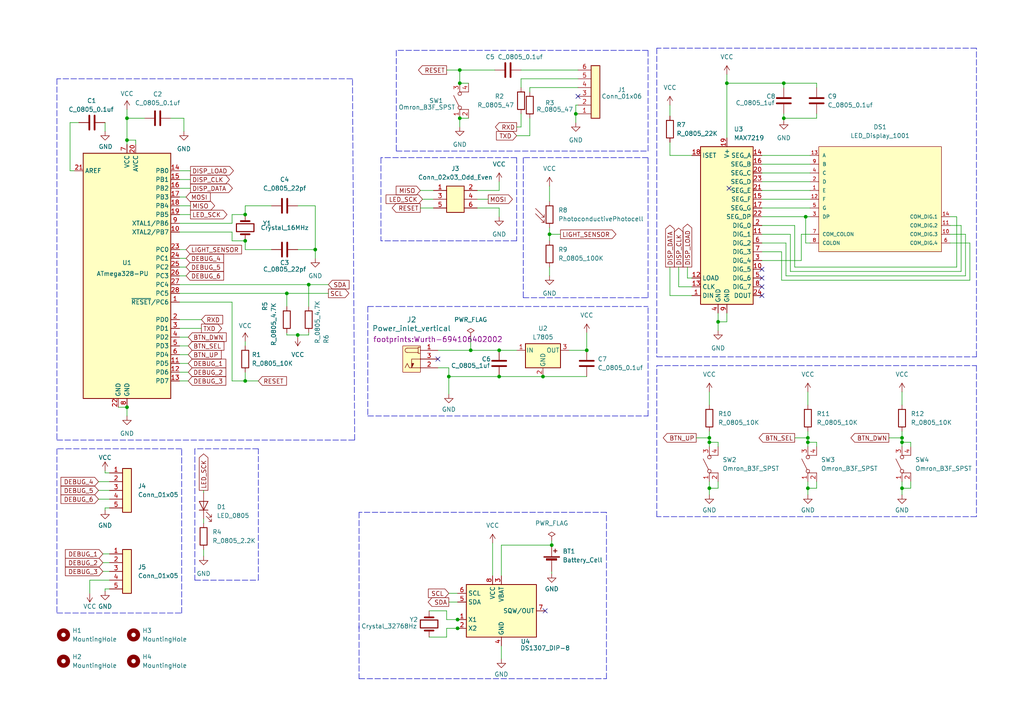
<source format=kicad_sch>
(kicad_sch (version 20211123) (generator eeschema)
  (paper "A4")
  (junction (at 205.74 141.605))
  (junction (at 86.36 97.155))
  (junction (at 227.33 24.13))
  (junction (at 160.02 158.115))
  (junction (at 136.525 101.6))
  (junction (at 261.62 128.27))
  (junction (at 133.35 34.29))
  (junction (at 71.12 69.85))
  (junction (at 233.68 62.865))
  (junction (at 210.82 24.13))
  (junction (at 227.33 34.29))
  (junction (at 83.185 85.09))
  (junction (at 205.74 127))
  (junction (at 71.12 110.49))
  (junction (at 170.18 101.6))
  (junction (at 133.35 20.32))
  (junction (at 91.44 72.39))
  (junction (at 234.315 128.27))
  (junction (at 261.62 141.605))
  (junction (at 167.005 33.02))
  (junction (at 71.12 62.23))
  (junction (at 144.78 101.6))
  (junction (at 133.35 24.13))
  (junction (at 234.315 127))
  (junction (at 159.385 67.945))
  (junction (at 36.83 40.64))
  (junction (at 132.715 179.705))
  (junction (at 205.74 128.27))
  (junction (at 36.83 118.11))
  (junction (at 132.715 182.245))
  (junction (at 144.78 109.22))
  (junction (at 157.48 109.22))
  (junction (at 36.83 34.29))
  (junction (at 130.175 109.22))
  (junction (at 234.315 141.605))
  (junction (at 208.28 93.345))
  (junction (at 89.535 82.55))
  (junction (at 261.62 127))
  (no_connect (at 127 104.14))
  (no_connect (at 220.98 78.105))
  (no_connect (at 220.98 80.645))
  (no_connect (at 220.98 83.185))
  (no_connect (at 220.98 85.725))
  (no_connect (at 167.64 27.94))
  (no_connect (at 211.455 54.61))
  (no_connect (at 158.115 177.165))
  (wire (pts (xy 20.32 35.56) (xy 20.32 49.53)))
  (wire (pts (xy 133.35 20.32) (xy 133.35 24.13)))
  (wire (pts (xy 36.83 34.29) (xy 36.83 40.64)))
  (wire (pts (xy 145.415 187.325) (xy 145.415 191.135)))
  (wire (pts (xy 121.92 55.245) (xy 125.73 55.245)))
  (polyline (pts (xy 52.705 130.175) (xy 16.51 130.175)))
  (wire (pts (xy 52.07 95.25) (xy 58.42 95.25)))
  (wire (pts (xy 194.31 77.47) (xy 194.31 85.725)))
  (wire (pts (xy 210.82 40.005) (xy 210.82 24.13)))
  (wire (pts (xy 226.695 73.025) (xy 226.695 81.28)))
  (wire (pts (xy 227.33 24.13) (xy 227.33 25.4)))
  (wire (pts (xy 167.64 30.48) (xy 167.005 30.48)))
  (wire (pts (xy 236.855 24.13) (xy 227.33 24.13)))
  (polyline (pts (xy 187.96 120.65) (xy 187.96 88.9)))
  (wire (pts (xy 91.44 59.69) (xy 91.44 72.39)))
  (wire (pts (xy 34.29 118.11) (xy 36.83 118.11)))
  (wire (pts (xy 39.37 41.91) (xy 39.37 40.64)))
  (polyline (pts (xy 16.51 127.635) (xy 102.87 127.635)))
  (polyline (pts (xy 52.705 177.8) (xy 52.705 130.175)))
  (wire (pts (xy 275.59 62.865) (xy 277.495 62.865)))
  (wire (pts (xy 28.575 144.78) (xy 31.75 144.78)))
  (wire (pts (xy 208.28 128.27) (xy 205.74 128.27)))
  (wire (pts (xy 234.315 127) (xy 234.315 128.27)))
  (wire (pts (xy 52.07 85.09) (xy 83.185 85.09)))
  (polyline (pts (xy 106.68 120.65) (xy 187.96 120.65)))
  (wire (pts (xy 220.98 50.165) (xy 234.95 50.165)))
  (wire (pts (xy 52.07 74.93) (xy 53.975 74.93)))
  (wire (pts (xy 52.07 64.77) (xy 67.31 64.77)))
  (wire (pts (xy 230.505 127) (xy 234.315 127)))
  (polyline (pts (xy 190.5 149.86) (xy 190.5 106.045)))
  (wire (pts (xy 52.07 57.15) (xy 53.975 57.15)))
  (wire (pts (xy 165.1 101.6) (xy 170.18 101.6)))
  (wire (pts (xy 71.12 59.69) (xy 78.74 59.69)))
  (wire (pts (xy 220.98 60.325) (xy 234.95 60.325)))
  (wire (pts (xy 71.12 69.85) (xy 71.12 72.39)))
  (polyline (pts (xy 283.21 106.045) (xy 283.21 149.86)))
  (polyline (pts (xy 190.5 103.505) (xy 283.21 103.505)))
  (wire (pts (xy 89.535 82.55) (xy 95.25 82.55)))
  (wire (pts (xy 227.33 34.29) (xy 227.33 34.925)))
  (polyline (pts (xy 104.14 196.85) (xy 175.895 196.85)))
  (wire (pts (xy 236.855 33.02) (xy 236.855 34.29)))
  (wire (pts (xy 220.98 70.485) (xy 227.965 70.485)))
  (wire (pts (xy 201.93 127) (xy 205.74 127)))
  (polyline (pts (xy 74.93 168.275) (xy 74.93 130.175)))
  (wire (pts (xy 59.055 159.385) (xy 59.055 161.29)))
  (wire (pts (xy 130.175 106.68) (xy 130.175 109.22)))
  (wire (pts (xy 127 101.6) (xy 136.525 101.6)))
  (wire (pts (xy 233.68 62.865) (xy 234.95 62.865)))
  (wire (pts (xy 89.535 82.55) (xy 89.535 88.9)))
  (wire (pts (xy 196.85 77.47) (xy 196.85 83.185)))
  (wire (pts (xy 132.715 179.705) (xy 133.35 179.705)))
  (wire (pts (xy 170.18 96.52) (xy 170.18 101.6)))
  (wire (pts (xy 199.39 77.47) (xy 199.39 80.645)))
  (wire (pts (xy 36.83 31.75) (xy 36.83 34.29)))
  (wire (pts (xy 28.575 142.24) (xy 31.75 142.24)))
  (wire (pts (xy 142.875 157.48) (xy 142.875 167.005)))
  (wire (pts (xy 136.525 97.79) (xy 136.525 101.6)))
  (wire (pts (xy 144.78 52.705) (xy 144.78 55.245)))
  (wire (pts (xy 205.74 125.095) (xy 205.74 127)))
  (polyline (pts (xy 114.935 43.815) (xy 187.96 43.815)))
  (wire (pts (xy 234.95 70.485) (xy 233.68 70.485)))
  (wire (pts (xy 83.185 85.09) (xy 83.185 88.9)))
  (wire (pts (xy 229.235 67.945) (xy 229.235 78.74)))
  (wire (pts (xy 53.34 34.29) (xy 53.34 38.1)))
  (wire (pts (xy 67.31 110.49) (xy 71.12 110.49)))
  (polyline (pts (xy 16.51 130.175) (xy 16.51 177.8)))
  (wire (pts (xy 26.035 172.085) (xy 26.035 168.275)))
  (wire (pts (xy 226.695 81.28) (xy 281.305 81.28)))
  (wire (pts (xy 20.32 49.53) (xy 21.59 49.53)))
  (wire (pts (xy 208.28 93.345) (xy 208.28 95.885)))
  (wire (pts (xy 145.415 167.005) (xy 145.415 158.115)))
  (wire (pts (xy 261.62 128.27) (xy 261.62 129.54)))
  (wire (pts (xy 236.855 34.29) (xy 227.33 34.29)))
  (wire (pts (xy 160.02 156.845) (xy 160.02 158.115)))
  (wire (pts (xy 30.48 170.815) (xy 30.48 171.45)))
  (wire (pts (xy 59.055 150.495) (xy 59.055 151.765)))
  (wire (pts (xy 133.35 34.29) (xy 133.35 36.83)))
  (polyline (pts (xy 16.51 177.8) (xy 52.705 177.8)))
  (wire (pts (xy 151.13 25.4) (xy 151.13 22.86)))
  (wire (pts (xy 205.74 128.27) (xy 205.74 129.54)))
  (wire (pts (xy 236.855 139.7) (xy 236.855 141.605)))
  (wire (pts (xy 71.12 99.06) (xy 71.12 100.33)))
  (polyline (pts (xy 187.96 43.815) (xy 187.96 14.605)))
  (wire (pts (xy 264.16 141.605) (xy 261.62 141.605)))
  (wire (pts (xy 220.98 57.785) (xy 234.95 57.785)))
  (polyline (pts (xy 283.21 13.97) (xy 190.5 13.97)))
  (polyline (pts (xy 16.51 22.86) (xy 16.51 127.635)))
  (wire (pts (xy 234.315 128.27) (xy 234.315 129.54)))
  (wire (pts (xy 71.12 59.69) (xy 71.12 62.23)))
  (wire (pts (xy 210.82 21.59) (xy 210.82 24.13)))
  (wire (pts (xy 199.39 80.645) (xy 200.66 80.645)))
  (wire (pts (xy 29.845 163.195) (xy 31.75 163.195)))
  (wire (pts (xy 132.715 182.245) (xy 133.35 182.245)))
  (wire (pts (xy 232.41 75.565) (xy 232.41 67.945)))
  (wire (pts (xy 52.07 102.87) (xy 54.61 102.87)))
  (wire (pts (xy 234.315 125.095) (xy 234.315 127)))
  (wire (pts (xy 210.82 90.805) (xy 210.82 93.345)))
  (wire (pts (xy 278.765 78.74) (xy 278.765 65.405)))
  (wire (pts (xy 130.175 109.22) (xy 144.78 109.22)))
  (wire (pts (xy 52.07 59.69) (xy 55.245 59.69)))
  (polyline (pts (xy 151.765 45.72) (xy 151.765 86.36)))
  (wire (pts (xy 59.055 142.24) (xy 59.055 142.875)))
  (wire (pts (xy 153.67 26.67) (xy 153.67 25.4)))
  (polyline (pts (xy 187.96 45.72) (xy 151.765 45.72)))
  (wire (pts (xy 144.78 109.22) (xy 157.48 109.22)))
  (wire (pts (xy 281.305 70.485) (xy 275.59 70.485)))
  (wire (pts (xy 31.75 170.815) (xy 30.48 170.815)))
  (wire (pts (xy 280.035 67.945) (xy 275.59 67.945)))
  (wire (pts (xy 52.07 97.79) (xy 54.61 97.79)))
  (wire (pts (xy 71.12 72.39) (xy 78.74 72.39)))
  (wire (pts (xy 52.07 110.49) (xy 54.61 110.49)))
  (polyline (pts (xy 283.21 103.505) (xy 283.21 13.97)))
  (wire (pts (xy 36.83 40.64) (xy 36.83 41.91)))
  (wire (pts (xy 208.28 129.54) (xy 208.28 128.27)))
  (wire (pts (xy 30.48 137.16) (xy 31.75 137.16)))
  (polyline (pts (xy 106.68 88.9) (xy 106.68 120.65)))
  (wire (pts (xy 52.07 54.61) (xy 55.245 54.61)))
  (wire (pts (xy 220.98 75.565) (xy 232.41 75.565)))
  (wire (pts (xy 159.385 67.945) (xy 159.385 69.85)))
  (wire (pts (xy 129.54 179.705) (xy 132.715 179.705)))
  (wire (pts (xy 151.13 33.02) (xy 151.13 36.83)))
  (wire (pts (xy 30.48 147.32) (xy 31.75 147.32)))
  (wire (pts (xy 230.505 65.405) (xy 230.505 77.47)))
  (wire (pts (xy 220.98 62.865) (xy 233.68 62.865)))
  (wire (pts (xy 159.385 67.945) (xy 162.56 67.945)))
  (wire (pts (xy 52.07 105.41) (xy 54.61 105.41)))
  (wire (pts (xy 52.07 87.63) (xy 67.31 87.63)))
  (wire (pts (xy 210.82 24.13) (xy 227.33 24.13)))
  (wire (pts (xy 52.07 77.47) (xy 53.975 77.47)))
  (wire (pts (xy 86.36 97.155) (xy 89.535 97.155)))
  (polyline (pts (xy 102.87 127.635) (xy 102.235 22.86)))
  (wire (pts (xy 67.31 67.31) (xy 67.31 69.85)))
  (wire (pts (xy 277.495 77.47) (xy 277.495 62.865)))
  (wire (pts (xy 261.62 113.665) (xy 261.62 117.475)))
  (wire (pts (xy 52.07 80.01) (xy 53.975 80.01)))
  (wire (pts (xy 264.16 128.27) (xy 261.62 128.27)))
  (wire (pts (xy 145.415 158.115) (xy 160.02 158.115)))
  (wire (pts (xy 257.81 127) (xy 261.62 127)))
  (wire (pts (xy 124.46 177.165) (xy 129.54 177.165)))
  (polyline (pts (xy 149.86 69.85) (xy 110.49 69.85)))
  (wire (pts (xy 29.845 165.735) (xy 31.75 165.735)))
  (wire (pts (xy 208.28 139.7) (xy 208.28 141.605)))
  (wire (pts (xy 157.48 109.22) (xy 170.18 109.22)))
  (wire (pts (xy 194.31 45.085) (xy 200.66 45.085)))
  (wire (pts (xy 71.12 107.95) (xy 71.12 110.49)))
  (wire (pts (xy 121.92 60.325) (xy 125.73 60.325)))
  (wire (pts (xy 30.48 147.955) (xy 30.48 147.32)))
  (polyline (pts (xy 114.935 14.605) (xy 114.935 43.815)))
  (wire (pts (xy 210.82 93.345) (xy 208.28 93.345)))
  (polyline (pts (xy 149.86 45.72) (xy 149.86 69.85)))
  (wire (pts (xy 236.855 141.605) (xy 234.315 141.605)))
  (polyline (pts (xy 187.96 14.605) (xy 114.935 14.605)))
  (wire (pts (xy 153.67 34.29) (xy 153.67 39.37)))
  (polyline (pts (xy 175.895 148.59) (xy 104.14 148.59)))
  (wire (pts (xy 234.315 139.7) (xy 234.315 141.605)))
  (wire (pts (xy 129.54 184.785) (xy 129.54 182.245)))
  (wire (pts (xy 89.535 97.155) (xy 89.535 96.52)))
  (wire (pts (xy 236.855 25.4) (xy 236.855 24.13)))
  (wire (pts (xy 52.07 100.33) (xy 54.61 100.33)))
  (wire (pts (xy 67.31 64.77) (xy 67.31 62.23)))
  (wire (pts (xy 130.175 174.625) (xy 132.715 174.625)))
  (wire (pts (xy 144.78 55.245) (xy 138.43 55.245)))
  (wire (pts (xy 149.86 36.83) (xy 151.13 36.83)))
  (wire (pts (xy 227.965 80.01) (xy 280.035 80.01)))
  (wire (pts (xy 86.36 59.69) (xy 91.44 59.69)))
  (polyline (pts (xy 56.515 168.275) (xy 74.93 168.275)))
  (wire (pts (xy 52.07 49.53) (xy 55.245 49.53)))
  (polyline (pts (xy 102.235 22.86) (xy 16.51 22.86)))
  (wire (pts (xy 229.235 78.74) (xy 278.765 78.74)))
  (wire (pts (xy 227.33 33.02) (xy 227.33 34.29)))
  (wire (pts (xy 22.86 35.56) (xy 20.32 35.56)))
  (wire (pts (xy 264.16 139.7) (xy 264.16 141.605)))
  (wire (pts (xy 205.74 113.665) (xy 205.74 117.475)))
  (wire (pts (xy 52.07 107.95) (xy 54.61 107.95)))
  (wire (pts (xy 205.74 139.7) (xy 205.74 141.605)))
  (wire (pts (xy 261.62 128.27) (xy 261.62 127)))
  (wire (pts (xy 151.13 22.86) (xy 167.64 22.86)))
  (wire (pts (xy 138.43 60.325) (xy 144.78 60.325)))
  (polyline (pts (xy 283.21 149.86) (xy 190.5 149.86)))
  (wire (pts (xy 83.185 97.155) (xy 86.36 97.155)))
  (wire (pts (xy 67.31 62.23) (xy 71.12 62.23)))
  (polyline (pts (xy 104.14 181.61) (xy 104.14 196.85)))
  (wire (pts (xy 127 106.68) (xy 130.175 106.68)))
  (wire (pts (xy 261.62 125.095) (xy 261.62 127)))
  (wire (pts (xy 220.98 67.945) (xy 229.235 67.945)))
  (wire (pts (xy 232.41 67.945) (xy 234.95 67.945)))
  (wire (pts (xy 52.07 72.39) (xy 53.975 72.39)))
  (wire (pts (xy 30.48 136.525) (xy 30.48 137.16)))
  (wire (pts (xy 124.46 184.785) (xy 129.54 184.785)))
  (polyline (pts (xy 175.895 196.85) (xy 175.895 148.59)))
  (wire (pts (xy 67.31 87.63) (xy 67.31 110.49)))
  (wire (pts (xy 36.83 118.11) (xy 36.83 120.65)))
  (wire (pts (xy 129.54 177.165) (xy 129.54 179.705)))
  (wire (pts (xy 83.185 97.155) (xy 83.185 96.52)))
  (polyline (pts (xy 151.765 86.36) (xy 187.96 86.36)))
  (wire (pts (xy 264.16 129.54) (xy 264.16 128.27)))
  (wire (pts (xy 144.78 60.325) (xy 144.78 62.865)))
  (wire (pts (xy 151.13 20.32) (xy 167.64 20.32)))
  (wire (pts (xy 208.28 141.605) (xy 205.74 141.605)))
  (wire (pts (xy 133.35 20.32) (xy 143.51 20.32)))
  (wire (pts (xy 49.53 34.29) (xy 53.34 34.29)))
  (wire (pts (xy 234.315 113.665) (xy 234.315 117.475)))
  (wire (pts (xy 28.575 139.7) (xy 31.75 139.7)))
  (wire (pts (xy 86.36 72.39) (xy 91.44 72.39)))
  (wire (pts (xy 278.765 65.405) (xy 275.59 65.405)))
  (wire (pts (xy 36.83 34.29) (xy 41.91 34.29)))
  (wire (pts (xy 205.74 128.27) (xy 205.74 127)))
  (wire (pts (xy 236.855 129.54) (xy 236.855 128.27)))
  (wire (pts (xy 281.305 81.28) (xy 281.305 70.485)))
  (polyline (pts (xy 149.86 45.72) (xy 110.49 45.72)))
  (wire (pts (xy 233.68 62.865) (xy 233.68 70.485)))
  (wire (pts (xy 129.54 182.245) (xy 132.715 182.245)))
  (wire (pts (xy 159.385 66.04) (xy 159.385 67.945)))
  (wire (pts (xy 83.185 85.09) (xy 95.25 85.09)))
  (wire (pts (xy 194.31 30.48) (xy 194.31 33.655)))
  (wire (pts (xy 52.07 62.23) (xy 55.245 62.23)))
  (wire (pts (xy 159.385 53.975) (xy 159.385 58.42)))
  (wire (pts (xy 234.315 141.605) (xy 234.315 143.51)))
  (wire (pts (xy 220.98 47.625) (xy 234.95 47.625)))
  (wire (pts (xy 220.98 65.405) (xy 230.505 65.405)))
  (wire (pts (xy 220.98 52.705) (xy 234.95 52.705)))
  (polyline (pts (xy 190.5 106.045) (xy 283.21 106.045)))
  (wire (pts (xy 29.845 160.655) (xy 31.75 160.655)))
  (wire (pts (xy 91.44 72.39) (xy 91.44 74.93)))
  (wire (pts (xy 144.78 101.6) (xy 149.86 101.6)))
  (wire (pts (xy 149.86 39.37) (xy 153.67 39.37)))
  (wire (pts (xy 220.98 45.085) (xy 234.95 45.085)))
  (polyline (pts (xy 190.5 13.97) (xy 190.5 103.505)))
  (wire (pts (xy 52.07 82.55) (xy 89.535 82.55)))
  (wire (pts (xy 138.43 57.785) (xy 141.605 57.785)))
  (wire (pts (xy 261.62 139.7) (xy 261.62 141.605)))
  (wire (pts (xy 130.175 109.22) (xy 130.175 114.3)))
  (wire (pts (xy 236.855 128.27) (xy 234.315 128.27)))
  (wire (pts (xy 67.31 69.85) (xy 71.12 69.85)))
  (wire (pts (xy 122.555 57.785) (xy 125.73 57.785)))
  (polyline (pts (xy 56.515 130.175) (xy 56.515 168.275)))
  (wire (pts (xy 26.035 168.275) (xy 31.75 168.275)))
  (wire (pts (xy 196.85 83.185) (xy 200.66 83.185)))
  (wire (pts (xy 133.35 34.29) (xy 135.89 34.29)))
  (wire (pts (xy 52.07 52.07) (xy 55.245 52.07)))
  (wire (pts (xy 133.35 24.13) (xy 135.89 24.13)))
  (wire (pts (xy 30.48 35.56) (xy 30.48 38.1)))
  (wire (pts (xy 160.02 165.735) (xy 160.02 166.37)))
  (polyline (pts (xy 187.96 86.36) (xy 187.96 45.72)))
  (polyline (pts (xy 106.68 88.9) (xy 187.96 88.9)))
  (wire (pts (xy 230.505 77.47) (xy 277.495 77.47)))
  (wire (pts (xy 194.31 85.725) (xy 200.66 85.725)))
  (wire (pts (xy 136.525 101.6) (xy 144.78 101.6)))
  (polyline (pts (xy 104.14 148.59) (xy 104.14 182.245)))
  (wire (pts (xy 261.62 141.605) (xy 261.62 143.51)))
  (wire (pts (xy 86.36 97.79) (xy 86.36 97.155)))
  (wire (pts (xy 227.965 70.485) (xy 227.965 80.01)))
  (wire (pts (xy 130.175 172.085) (xy 132.715 172.085)))
  (wire (pts (xy 194.31 41.275) (xy 194.31 45.085)))
  (polyline (pts (xy 74.93 130.175) (xy 56.515 130.175)))
  (wire (pts (xy 167.005 30.48) (xy 167.005 33.02)))
  (wire (pts (xy 220.98 55.245) (xy 234.95 55.245)))
  (wire (pts (xy 71.12 110.49) (xy 74.93 110.49)))
  (wire (pts (xy 167.005 33.02) (xy 167.005 35.56)))
  (wire (pts (xy 52.07 92.71) (xy 58.42 92.71)))
  (polyline (pts (xy 110.49 45.72) (xy 110.49 69.85)))
  (wire (pts (xy 52.07 67.31) (xy 67.31 67.31)))
  (wire (pts (xy 159.385 77.47) (xy 159.385 80.01)))
  (wire (pts (xy 39.37 40.64) (xy 36.83 40.64)))
  (wire (pts (xy 153.67 25.4) (xy 167.64 25.4)))
  (wire (pts (xy 220.98 73.025) (xy 226.695 73.025)))
  (wire (pts (xy 205.74 141.605) (xy 205.74 143.51)))
  (wire (pts (xy 208.28 90.805) (xy 208.28 93.345)))
  (wire (pts (xy 129.54 20.32) (xy 133.35 20.32)))
  (wire (pts (xy 280.035 80.01) (xy 280.035 67.945)))
  (wire (pts (xy 167.005 33.02) (xy 167.64 33.02)))
  (global_label "MOSI" (shape output) (at 141.605 57.785 0) (property "Intersheet References" "${INTERSHEET_REFS}" (effects hide)))
  (global_label "DISP_DATA" (shape output) (at 55.245 54.61 0) (property "Intersheet References" "${INTERSHEET_REFS}" (effects hide)))
  (global_label "MOSI" (shape input) (at 53.975 57.15 0) (property "Intersheet References" "${INTERSHEET_REFS}" (effects hide)))
  (global_label "LIGHT_SENSOR" (shape input) (at 53.975 72.39 0) (property "Intersheet References" "${INTERSHEET_REFS}" (effects hide)))
  (global_label "RXD" (shape input) (at 58.42 92.71 0) (property "Intersheet References" "${INTERSHEET_REFS}" (effects hide)))
  (global_label "DEBUG_5" (shape input) (at 53.975 77.47 0) (property "Intersheet References" "${INTERSHEET_REFS}" (effects hide)))
  (global_label "DEBUG_2" (shape input) (at 54.61 107.95 0) (property "Intersheet References" "${INTERSHEET_REFS}" (effects hide)))
  (global_label "DISP_LOAD" (shape output) (at 199.39 77.47 90) (property "Intersheet References" "${INTERSHEET_REFS}" (effects hide)))
  (global_label "LED_SCK" (shape input) (at 122.555 57.785 180) (property "Intersheet References" "${INTERSHEET_REFS}" (effects hide)))
  (global_label "DISP_LOAD" (shape output) (at 55.245 49.53 0) (property "Intersheet References" "${INTERSHEET_REFS}" (effects hide)))
  (global_label "SDA" (shape input) (at 95.25 82.55 0) (property "Intersheet References" "${INTERSHEET_REFS}" (effects hide)))
  (global_label "RXD" (shape output) (at 149.86 36.83 180) (property "Intersheet References" "${INTERSHEET_REFS}" (effects hide)))
  (global_label "DISP_DATA" (shape output) (at 194.31 77.47 90) (property "Intersheet References" "${INTERSHEET_REFS}" (effects hide)))
  (global_label "LED_SCK" (shape output) (at 59.055 142.24 90) (property "Intersheet References" "${INTERSHEET_REFS}" (effects hide)))
  (global_label "DEBUG_4" (shape input) (at 53.975 74.93 0) (property "Intersheet References" "${INTERSHEET_REFS}" (effects hide)))
  (global_label "DEBUG_6" (shape input) (at 53.975 80.01 0) (property "Intersheet References" "${INTERSHEET_REFS}" (effects hide)))
  (global_label "DEBUG_3" (shape input) (at 54.61 110.49 0) (property "Intersheet References" "${INTERSHEET_REFS}" (effects hide)))
  (global_label "BTN_UP" (shape input) (at 54.61 102.87 0) (property "Intersheet References" "${INTERSHEET_REFS}" (effects hide)))
  (global_label "RESET" (shape input) (at 74.93 110.49 0) (property "Intersheet References" "${INTERSHEET_REFS}" (effects hide)))
  (global_label "DEBUG_2" (shape input) (at 29.845 163.195 180) (property "Intersheet References" "${INTERSHEET_REFS}" (effects hide)))
  (global_label "SCL" (shape input) (at 130.175 172.085 180) (property "Intersheet References" "${INTERSHEET_REFS}" (effects hide)))
  (global_label "TXD" (shape input) (at 149.86 39.37 180) (property "Intersheet References" "${INTERSHEET_REFS}" (effects hide)))
  (global_label "SDA" (shape output) (at 130.175 174.625 180) (property "Intersheet References" "${INTERSHEET_REFS}" (effects hide)))
  (global_label "BTN_DWN" (shape input) (at 54.61 97.79 0) (property "Intersheet References" "${INTERSHEET_REFS}" (effects hide)))
  (global_label "LIGHT_SENSOR" (shape output) (at 162.56 67.945 0) (property "Intersheet References" "${INTERSHEET_REFS}" (effects hide)))
  (global_label "TXD" (shape output) (at 58.42 95.25 0) (property "Intersheet References" "${INTERSHEET_REFS}" (effects hide)))
  (global_label "DEBUG_1" (shape input) (at 54.61 105.41 0) (property "Intersheet References" "${INTERSHEET_REFS}" (effects hide)))
  (global_label "BTN_SEL" (shape input) (at 54.61 100.33 0) (property "Intersheet References" "${INTERSHEET_REFS}" (effects hide)))
  (global_label "BTN_UP" (shape output) (at 201.93 127 180) (property "Intersheet References" "${INTERSHEET_REFS}" (effects hide)))
  (global_label "DISP_CLK" (shape output) (at 55.245 52.07 0) (property "Intersheet References" "${INTERSHEET_REFS}" (effects hide)))
  (global_label "LED_SCK" (shape output) (at 55.245 62.23 0) (property "Intersheet References" "${INTERSHEET_REFS}" (effects hide)))
  (global_label "DEBUG_4" (shape input) (at 28.575 139.7 180) (property "Intersheet References" "${INTERSHEET_REFS}" (effects hide)))
  (global_label "SCL" (shape output) (at 95.25 85.09 0) (property "Intersheet References" "${INTERSHEET_REFS}" (effects hide)))
  (global_label "RESET" (shape output) (at 121.92 60.325 180) (property "Intersheet References" "${INTERSHEET_REFS}" (effects hide)))
  (global_label "RESET" (shape output) (at 129.54 20.32 180) (property "Intersheet References" "${INTERSHEET_REFS}" (effects hide)))
  (global_label "DEBUG_1" (shape input) (at 29.845 160.655 180) (property "Intersheet References" "${INTERSHEET_REFS}" (effects hide)))
  (global_label "BTN_DWN" (shape output) (at 257.81 127 180) (property "Intersheet References" "${INTERSHEET_REFS}" (effects hide)))
  (global_label "MISO" (shape output) (at 55.245 59.69 0) (property "Intersheet References" "${INTERSHEET_REFS}" (effects hide)))
  (global_label "DEBUG_6" (shape input) (at 28.575 144.78 180) (property "Intersheet References" "${INTERSHEET_REFS}" (effects hide)))
  (global_label "BTN_SEL" (shape output) (at 230.505 127 180) (property "Intersheet References" "${INTERSHEET_REFS}" (effects hide)))
  (global_label "DEBUG_3" (shape input) (at 29.845 165.735 180) (property "Intersheet References" "${INTERSHEET_REFS}" (effects hide)))
  (global_label "MISO" (shape input) (at 121.92 55.245 180) (property "Intersheet References" "${INTERSHEET_REFS}" (effects hide)))
  (global_label "DISP_CLK" (shape output) (at 196.85 77.47 90) (property "Intersheet References" "${INTERSHEET_REFS}" (effects hide)))
  (global_label "DEBUG_5" (shape input) (at 28.575 142.24 180) (property "Intersheet References" "${INTERSHEET_REFS}" (effects hide)))
  (symbol (lib_id "HPS:R_0805_10K") (at 205.74 121.285 0) (unit 1)
    (property "Reference" "R10" (at 208.28 120.0149 0) (effects (justify left)))
    (property "Value" "R_0805_10K" (at 208.28 122.5549 0) (effects (justify left)))
    (property "Footprint" "footprints:R_0805_2012Metric" (effects hide))
    (property "Datasheet" "https://www.digikey.com/en/products/detail/yageo/RC0805FR-0710KL/727535" (effects hide))
    (property "MFG" "Yageo" (effects hide))
    (property "MPN" "RC0805FR-0710KL" (effects hide))
    (property "Digikey PN" "311-10.0KCRCT-ND" (effects hide))
    (property "Mouser PN" "N/A" (effects hide))
    (property "Power" "N/A" (effects hide))
    (property "Tolerance" "N/A" (effects hide))
  )
  (symbol (lib_id "HPS:VCC") (at 210.82 21.59 0) (unit 1)
    (property "Reference" "#PWR019" (effects hide))
    (property "Value" "VCC" (at 210.82 16.51 0))
  )
  (symbol (lib_id "HPS:Conn_02x03_Odd_Even") (at 132.08 59.055 0) (unit 1)
    (property "Reference" "J3" (at 132.08 48.895 0))
    (property "Value" "Conn_02x03_Odd_Even" (at 132.08 51.435 0))
    (property "Footprint" "footprints:PinHeader_2x03_P2.54mm_Vertical" (effects hide))
    (property "Datasheet" "https://drawings-pdf.s3.amazonaws.com/11636.pdf" (effects hide))
    (property "MFG" "Sullins Connector Solutions" (effects hide))
    (property "MPN" "PRPC003DAAN-RC" (effects hide))
    (property "Digikey PN" "S2011EC-03-ND" (effects hide))
    (property "Mouser PN" "N/A" (effects hide))
  )
  (symbol (lib_id "power:GND") (at 91.44 74.93 0) (unit 1)
    (property "Reference" "#PWR06" (effects hide))
    (property "Value" "GND" (at 91.44 80.01 0))
  )
  (symbol (lib_id "HPS:Power_inlet_vertical") (at 121.92 104.14 0) (unit 1)
    (property "Reference" "J2" (at 119.38 92.71 0) (effects (font (size 1.524 1.524))))
    (property "Value" "Power_inlet_vertical" (at 119.38 95.25 0) (effects (font (size 1.524 1.524))))
    (property "Footprint" "footprints:Wurth-694106402002" (at 127 98.425 0) (effects (font (size 1.524 1.524))))
    (property "Datasheet" "https://www.we-online.com/katalog/datasheet/6941xx402002.pdf" (effects hide))
    (property "MFG" "Wurth" (effects hide))
    (property "MPN" "694106402002" (effects hide))
    (property "Digikey PN" "732-5931-ND" (effects hide))
  )
  (symbol (lib_id "HPS:VCC") (at 144.78 52.705 0) (unit 1)
    (property "Reference" "#PWR014" (effects hide))
    (property "Value" "VCC" (at 144.78 47.625 0))
  )
  (symbol (lib_id "HPS:GND") (at 30.48 147.955 0) (unit 1)
    (property "Reference" "#PWR031" (effects hide))
    (property "Value" "GND" (at 30.48 152.4 0))
  )
  (symbol (lib_id "power:GND") (at 227.33 34.925 0) (unit 1)
    (property "Reference" "#PWR020" (effects hide))
    (property "Value" "GND" (at 227.33 40.005 0))
  )
  (symbol (lib_id "HPS:C_0805_0.1uf") (at 170.18 105.41 0) (unit 1)
    (property "Reference" "C7" (at 173.355 104.1399 0) (effects (justify left)))
    (property "Value" "C_0805_0.1uf" (at 173.355 106.6799 0) (effects (justify left)))
    (property "Footprint" "footprints:C_0805_2012Metric" (effects hide))
    (property "Datasheet" "https://datasheets.avx.com/X7RDielectric.pdf" (effects hide))
    (property "MFG" "AVX Corporation" (effects hide))
    (property "MPN" "08055C104KAT2A" (effects hide))
    (property "Digikey PN" "478-1395-1-ND" (effects hide))
    (property "Mouser PN" "N/A" (effects hide))
    (property "Voltage" "N/A" (effects hide))
    (property "Dielectric" "N/A" (effects hide))
    (property "Tolerance" "N/A" (effects hide))
  )
  (symbol (lib_id "power:GND") (at 59.055 161.29 0) (unit 1)
    (property "Reference" "#PWR07" (effects hide))
    (property "Value" "GND" (at 59.055 166.37 0))
  )
  (symbol (lib_id "HPS:GND") (at 234.315 143.51 0) (unit 1)
    (property "Reference" "#PWR027" (effects hide))
    (property "Value" "GND" (at 234.315 147.955 0))
  )
  (symbol (lib_id "HPS:PWR_FLAG") (at 136.525 97.79 0) (unit 1)
    (property "Reference" "#FLG02" (effects hide))
    (property "Value" "PWR_FLAG" (at 136.525 92.71 0))
  )
  (symbol (lib_id "HPS:MountingHole") (at 38.735 184.15 0) (unit 1)
    (property "Reference" "H3" (at 41.275 182.8799 0) (effects (justify left)))
    (property "Value" "MountingHole" (at 41.275 185.4199 0) (effects (justify left)))
    (property "Footprint" "footprints:MountingHole_3.2mm_M3" (effects hide))
  )
  (symbol (lib_id "HPS:VCC") (at 194.31 30.48 0) (unit 1)
    (property "Reference" "#PWR013" (effects hide))
    (property "Value" "VCC" (at 194.31 25.4 0))
  )
  (symbol (lib_id "HPS:LED_0805") (at 59.055 146.685 90) (unit 1)
    (property "Reference" "D1" (at 62.865 147.0151 90) (effects (justify right)))
    (property "Value" "LED_0805" (at 62.865 149.5551 90) (effects (justify right)))
    (property "Footprint" "footprints:LED_0805_2012Metric" (effects hide))
    (property "Datasheet" "https://www.we-online.de/katalog/datasheet/150080RS75000.pdf" (effects hide))
    (property "MFG" "Würth Elektronik" (effects hide))
    (property "MPN" "150080RS75000" (effects hide))
    (property "Digikey PN" "732-4984-1-ND" (effects hide))
    (property "Mouser PN" "N/A" (effects hide))
  )
  (symbol (lib_id "HPS:MountingHole") (at 18.415 184.15 0) (unit 1)
    (property "Reference" "H1" (at 20.955 182.8799 0) (effects (justify left)))
    (property "Value" "MountingHole" (at 20.955 185.4199 0) (effects (justify left)))
    (property "Footprint" "footprints:MountingHole_3.2mm_M3" (effects hide))
  )
  (symbol (lib_id "power:GND") (at 133.35 36.83 0) (unit 1)
    (property "Reference" "#PWR08" (effects hide))
    (property "Value" "GND" (at 133.35 41.91 0))
  )
  (symbol (lib_id "HPS:R_0805_47") (at 151.13 29.21 0) (unit 1)
    (property "Reference" "R2" (at 143.51 27.94 0) (effects (justify left)))
    (property "Value" "R_0805_47" (at 138.43 30.48 0) (effects (justify left)))
    (property "Footprint" "footprints:R_0805_2012Metric" (effects hide))
    (property "Datasheet" "https://www.digikey.com/en/products/detail/yageo/RC0805FR-0747RL/727972" (effects hide))
    (property "MFG" "Yageo" (effects hide))
    (property "Digikey PN" "RC0805FR-0747RL " (effects hide))
    (property "Mouser PN" "N/A" (effects hide))
    (property "Power" "N/A" (effects hide))
    (property "Tolerance" "N/A" (effects hide))
    (property "MPN" "RC0805FR-0747RL " (effects hide))
  )
  (symbol (lib_id "HPS:R_0805_10K") (at 261.62 121.285 0) (unit 1)
    (property "Reference" "R12" (at 264.16 120.0149 0) (effects (justify left)))
    (property "Value" "R_0805_10K" (at 264.16 122.5549 0) (effects (justify left)))
    (property "Footprint" "footprints:R_0805_2012Metric" (effects hide))
    (property "Datasheet" "https://www.digikey.com/en/products/detail/yageo/RC0805FR-0710KL/727535" (effects hide))
    (property "MFG" "Yageo" (effects hide))
    (property "MPN" "RC0805FR-0710KL" (effects hide))
    (property "Digikey PN" "311-10.0KCRCT-ND" (effects hide))
    (property "Mouser PN" "N/A" (effects hide))
    (property "Power" "N/A" (effects hide))
    (property "Tolerance" "N/A" (effects hide))
  )
  (symbol (lib_id "HPS:C_0805_1uf") (at 227.33 29.21 0) (unit 1)
    (property "Reference" "C8" (at 222.25 27.94 0) (effects (justify left)))
    (property "Value" "C_0805_1uf" (at 213.36 29.845 0) (effects (justify left)))
    (property "Footprint" "footprints:C_0805_2012Metric" (effects hide))
    (property "Datasheet" "https://www.yageo.com/upload/media/product/productsearch/datasheet/mlcc/UPY-GPHC_X7R_6.3V-to-50V_18.pdf" (effects hide))
    (property "MFG" "Yageo" (effects hide))
    (property "MPN" "CC0805KKX7R8BB105" (effects hide))
    (property "Digikey PN" "311-1456-1-ND" (effects hide))
    (property "Mouser PN" "N/A" (effects hide))
    (property "Voltage" "N/A" (effects hide))
    (property "Dielectric" "N/A" (effects hide))
    (property "Tolerance" "N/A" (effects hide))
  )
  (symbol (lib_id "HPS:ATmega328-PU") (at 36.83 80.01 0) (unit 1)
    (property "Reference" "U1" (at 36.83 76.2 0))
    (property "Value" "ATmega328-PU" (at 35.56 79.375 0))
    (property "Footprint" "footprints:DIP-28_W7.62mm" (effects hide))
    (property "Datasheet" "http://www.microchip.com/mymicrochip/filehandler.aspx?ddocname=en608326" (effects hide))
    (property "MFG" "On Shore Technology Inc." (effects hide))
    (property "MPN" "ED281DT" (effects hide))
    (property "Digikey PN" "ED3050-5-ND" (effects hide))
    (property "Mouser PN" "N/A" (effects hide))
  )
  (symbol (lib_id "HPS:DS1307_DIP-8") (at 145.415 177.165 0) (unit 1)
    (property "Reference" "U4" (at 152.4 186.055 0))
    (property "Value" "DS1307_DIP-8" (at 158.115 187.96 0))
    (property "Footprint" "footprints:DIP-8_W7.62mm" (effects hide))
    (property "Datasheet" "https://datasheets.maximintegrated.com/en/ds/DS1307.pdf" (effects hide))
    (property "MFG" "Assmann WSW Components" (effects hide))
    (property "MPN" "A 08-LC-TT" (effects hide))
    (property "Digikey PN" "AE9986-ND" (effects hide))
    (property "Mouser PN" "N/A" (effects hide))
  )
  (symbol (lib_id "HPS:VCC") (at 30.48 136.525 0) (unit 1)
    (property "Reference" "#PWR030" (effects hide))
    (property "Value" "VCC" (at 30.48 132.715 0))
  )
  (symbol (lib_id "HPS:C_0805_0.1uf") (at 26.67 35.56 90) (unit 1)
    (property "Reference" "C1" (at 27.94 29.21 90) (effects (justify left)))
    (property "Value" "C_0805_0.1uf" (at 33.02 31.75 90) (effects (justify left)))
    (property "Footprint" "footprints:C_0805_2012Metric" (effects hide))
    (property "Datasheet" "https://datasheets.avx.com/X7RDielectric.pdf" (effects hide))
    (property "MFG" "AVX Corporation" (effects hide))
    (property "MPN" "08055C104KAT2A" (effects hide))
    (property "Digikey PN" "478-1395-1-ND" (effects hide))
    (property "Mouser PN" "N/A" (effects hide))
    (property "Voltage" "N/A" (effects hide))
    (property "Dielectric" "N/A" (effects hide))
    (property "Tolerance" "N/A" (effects hide))
  )
  (symbol (lib_id "HPS:R_0805_10K") (at 234.315 121.285 0) (unit 1)
    (property "Reference" "R11" (at 236.855 120.0149 0) (effects (justify left)))
    (property "Value" "R_0805_10K" (at 236.855 122.5549 0) (effects (justify left)))
    (property "Footprint" "footprints:R_0805_2012Metric" (effects hide))
    (property "Datasheet" "https://www.digikey.com/en/products/detail/yageo/RC0805FR-0710KL/727535" (effects hide))
    (property "MFG" "Yageo" (effects hide))
    (property "MPN" "RC0805FR-0710KL" (effects hide))
    (property "Digikey PN" "311-10.0KCRCT-ND" (effects hide))
    (property "Mouser PN" "N/A" (effects hide))
    (property "Power" "N/A" (effects hide))
    (property "Tolerance" "N/A" (effects hide))
  )
  (symbol (lib_id "HPS:Crystal_16MHz") (at 71.12 66.04 90) (unit 1)
    (property "Reference" "Y1" (at 76.2 64.77 90) (effects (justify right)))
    (property "Value" "Crystal_16MHz" (at 75.565 66.04 90) (effects (justify right)))
    (property "Footprint" "footprints:Crystal_SMD_HC49-SD" (effects hide))
    (property "Datasheet" "https://ecsxtal.com/store/pdf/csm-7x-dn.pdf" (effects hide))
    (property "MFG" "ECS Inc." (effects hide))
    (property "MPN" "ECS-160-20-5PXDN-TR" (effects hide))
    (property "Digikey PN" "XC1299CT-ND" (effects hide))
    (property "Mouser PN" "N/A" (effects hide))
  )
  (symbol (lib_id "HPS:Omron_B3F_SPST") (at 261.62 134.62 90) (unit 1)
    (property "Reference" "SW4" (at 265.43 133.3499 90) (effects (justify right)))
    (property "Value" "Omron_B3F_SPST" (at 265.43 135.8899 90) (effects (justify right)))
    (property "Footprint" "footprints:SW_SPST_Omron_B3FS-100xP" (effects hide))
    (property "Datasheet" "https://omronfs.omron.com/en_US/ecb/products/pdf/en-b3fs.pdf" (effects hide))
    (property "MFG" "Omron Electronics Inc-EMC Div" (effects hide))
    (property "MPN" "B3FS-1000P" (effects hide))
    (property "Digikey PN" "SW423CT-ND" (effects hide))
    (property "Mouser PN" "N/A" (effects hide))
  )
  (symbol (lib_id "HPS:C_0805_0.1uf") (at 236.855 29.21 0) (unit 1)
    (property "Reference" "C9" (at 240.03 27.9399 0) (effects (justify left)))
    (property "Value" "C_0805_0.1uf" (at 240.03 30.4799 0) (effects (justify left)))
    (property "Footprint" "footprints:C_0805_2012Metric" (effects hide))
    (property "Datasheet" "https://datasheets.avx.com/X7RDielectric.pdf" (effects hide))
    (property "MFG" "AVX Corporation" (effects hide))
    (property "MPN" "08055C104KAT2A" (effects hide))
    (property "Digikey PN" "478-1395-1-ND" (effects hide))
    (property "Mouser PN" "N/A" (effects hide))
    (property "Voltage" "N/A" (effects hide))
    (property "Dielectric" "N/A" (effects hide))
    (property "Tolerance" "N/A" (effects hide))
  )
  (symbol (lib_id "HPS:Omron_B3F_SPST") (at 234.315 134.62 90) (unit 1)
    (property "Reference" "SW3" (at 238.125 133.3499 90) (effects (justify right)))
    (property "Value" "Omron_B3F_SPST" (at 238.125 135.8899 90) (effects (justify right)))
    (property "Footprint" "footprints:SW_SPST_Omron_B3FS-100xP" (effects hide))
    (property "Datasheet" "https://omronfs.omron.com/en_US/ecb/products/pdf/en-b3fs.pdf" (effects hide))
    (property "MFG" "Omron Electronics Inc-EMC Div" (effects hide))
    (property "MPN" "B3FS-1000P" (effects hide))
    (property "Digikey PN" "SW423CT-ND" (effects hide))
    (property "Mouser PN" "N/A" (effects hide))
  )
  (symbol (lib_id "HPS:MAX7219") (at 210.82 65.405 0) (unit 1)
    (property "Reference" "U3" (at 212.8394 37.465 0) (effects (justify left)))
    (property "Value" "MAX7219" (at 212.8394 40.005 0) (effects (justify left)))
    (property "Footprint" "footprints:DIP-24_W7.62mm" (effects hide))
    (property "Datasheet" "https://datasheets.maximintegrated.com/en/ds/MAX7219-MAX7221.pdf" (effects hide))
    (property "MFG" "On Shore Technology Inc." (effects hide))
    (property "MPN" "ED241DT" (effects hide))
    (property "Digikey PN" "ED3049-5-ND" (effects hide))
    (property "Mouser PN" "N/A" (effects hide))
  )
  (symbol (lib_id "power:VCC") (at 71.12 99.06 0) (unit 1)
    (property "Reference" "#PWR05" (effects hide))
    (property "Value" "VCC" (at 71.12 94.488 0))
  )
  (symbol (lib_id "power:GND") (at 36.83 120.65 0) (unit 1)
    (property "Reference" "#PWR03" (effects hide))
    (property "Value" "GND" (at 36.83 125.73 0))
  )
  (symbol (lib_id "HPS:PWR_FLAG") (at 160.02 156.845 0) (unit 1)
    (property "Reference" "#FLG01" (effects hide))
    (property "Value" "PWR_FLAG" (at 160.02 151.765 0))
  )
  (symbol (lib_id "HPS:C_0805_0.1uf") (at 147.32 20.32 90) (unit 1)
    (property "Reference" "C5" (at 143.51 16.51 90) (effects (justify left)))
    (property "Value" "C_0805_0.1uf" (at 157.48 16.51 90) (effects (justify left)))
    (property "Footprint" "footprints:C_0805_2012Metric" (effects hide))
    (property "Datasheet" "https://datasheets.avx.com/X7RDielectric.pdf" (effects hide))
    (property "MFG" "AVX Corporation" (effects hide))
    (property "MPN" "08055C104KAT2A" (effects hide))
    (property "Digikey PN" "478-1395-1-ND" (effects hide))
    (property "Mouser PN" "N/A" (effects hide))
    (property "Voltage" "N/A" (effects hide))
    (property "Dielectric" "N/A" (effects hide))
    (property "Tolerance" "N/A" (effects hide))
  )
  (symbol (lib_id "HPS:VCC") (at 159.385 53.975 0) (unit 1)
    (property "Reference" "#PWR016" (effects hide))
    (property "Value" "VCC" (at 159.385 48.895 0))
  )
  (symbol (lib_id "HPS:Conn_01x05") (at 36.83 142.24 0) (unit 1)
    (property "Reference" "J4" (at 40.005 140.9699 0) (effects (justify left)))
    (property "Value" "Conn_01x05" (at 40.005 143.5099 0) (effects (justify left)))
    (property "Footprint" "footprints:PinHeader_1x05_P2.54mm_Vertical" (effects hide))
    (property "Datasheet" "https://www.we-online.de/katalog/datasheet/6130xx11121.pdf" (effects hide))
    (property "MFG" "Würth Elektronik" (effects hide))
    (property "MPN" "61300511121" (effects hide))
    (property "Digikey PN" "732-5318-ND" (effects hide))
    (property "Mouser PN" "N/A" (effects hide))
  )
  (symbol (lib_id "power:GND") (at 144.78 62.865 0) (unit 1)
    (property "Reference" "#PWR015" (effects hide))
    (property "Value" "GND" (at 144.78 67.945 0))
  )
  (symbol (lib_id "HPS:Crystal_32768Hz") (at 124.46 180.975 270) (unit 1)
    (property "Reference" "Y2" (at 118.745 179.705 90) (effects (justify left)))
    (property "Value" "Crystal_32768Hz" (at 104.775 181.61 90) (effects (justify left)))
    (property "Footprint" "footprints:Crystal_SMD_2Pin_3.2x1.5mm" (effects hide))
    (property "Datasheet" "https://www.jauch.com/downloadfile/57fde22d50dbf_d3c203011c87952f2834/jtx310-auto-2-210512.pdf" (effects hide))
    (property "MFG" "Jauch Quartz" (effects hide))
    (property "MPN" "Q 0,032768-JTX310-12,5-20-T1-HMR-50K-LF" (effects hide))
    (property "Digikey PN" "1908-1314-1-ND" (effects hide))
    (property "Mouser PN" "N/A" (effects hide))
  )
  (symbol (lib_id "HPS:Conn_01x06") (at 172.72 27.94 0) (mirror x) (unit 1)
    (property "Reference" "J1" (at 180.34 26.035 0))
    (property "Value" "Conn_01x06" (at 180.34 27.94 0))
    (property "Footprint" "footprints:PinHeader_1x06_P2.54mm_Vertical" (effects hide))
    (property "Datasheet" "https://www.we-online.de/katalog/datasheet/6130xx11121.pdf" (effects hide))
    (property "MFG" "Würth Elektronik" (effects hide))
    (property "MPN" "61300611121" (effects hide))
    (property "Digikey PN" "732-5319-ND" (effects hide))
    (property "Mouser PN" "N/A" (effects hide))
  )
  (symbol (lib_id "HPS:R_0805_100K") (at 159.385 73.66 0) (unit 1)
    (property "Reference" "R9" (at 161.925 72.3899 0) (effects (justify left)))
    (property "Value" "R_0805_100K" (at 161.925 74.9299 0) (effects (justify left)))
    (property "Footprint" "footprints:R_0805_2012Metric" (effects hide))
    (property "Datasheet" "https://www.digikey.com/en/products/detail/yageo/RC0805FR-07100KL/727544" (effects hide))
    (property "MFG" "Yageo" (effects hide))
    (property "MPN" "RC0805FR-07100KL" (effects hide))
    (property "Digikey PN" "311-100KCRCT-ND" (effects hide))
    (property "Mouser PN" "N/A" (effects hide))
    (property "Power" "N/A" (effects hide))
    (property "Tolerance" "N/A" (effects hide))
  )
  (symbol (lib_id "HPS:VCC") (at 142.875 157.48 0) (unit 1)
    (property "Reference" "#PWR021" (effects hide))
    (property "Value" "VCC" (at 142.875 152.4 0))
  )
  (symbol (lib_id "HPS:GND") (at 30.48 171.45 0) (unit 1)
    (property "Reference" "#PWR0102" (effects hide))
    (property "Value" "GND" (at 30.48 175.895 0))
  )
  (symbol (lib_id "HPS:GND") (at 205.74 143.51 0) (unit 1)
    (property "Reference" "#PWR025" (effects hide))
    (property "Value" "GND" (at 205.74 147.955 0))
  )
  (symbol (lib_id "power:GND") (at 30.48 38.1 0) (unit 1)
    (property "Reference" "#PWR01" (effects hide))
    (property "Value" "GND" (at 28.575 42.545 0) (effects (justify left)))
  )
  (symbol (lib_id "HPS:VCC") (at 234.315 113.665 0) (unit 1)
    (property "Reference" "#PWR026" (effects hide))
    (property "Value" "VCC" (at 234.315 108.585 0))
  )
  (symbol (lib_id "HPS:R_0805_10K") (at 71.12 104.14 0) (unit 1)
    (property "Reference" "R1" (at 73.025 102.8699 0) (effects (justify left)))
    (property "Value" "R_0805_10K" (at 73.025 105.4099 0) (effects (justify left)))
    (property "Footprint" "footprints:R_0805_2012Metric" (effects hide))
    (property "Datasheet" "https://www.digikey.com/en/products/detail/yageo/RC0805FR-0710KL/727535" (effects hide))
    (property "MFG" "Yageo" (effects hide))
    (property "MPN" "RC0805FR-0710KL" (effects hide))
    (property "Digikey PN" "311-10.0KCRCT-ND" (effects hide))
    (property "Mouser PN" "N/A" (effects hide))
    (property "Power" "N/A" (effects hide))
    (property "Tolerance" "N/A" (effects hide))
  )
  (symbol (lib_id "HPS:Battery_Cell") (at 160.02 163.195 0) (unit 1)
    (property "Reference" "BT1" (at 163.195 159.8929 0) (effects (justify left)))
    (property "Value" "Battery_Cell" (at 163.195 162.4329 0) (effects (justify left)))
    (property "Footprint" "footprints:BatteryHolder_Keystone_106_1x20mm" (effects hide))
    (property "Datasheet" "https://media.digikey.com/pdf/Data%20Sheets/Memory%20Protection%20PDFs/Coin_Cell_Guide.pdf" (effects hide))
    (property "MFG" "MPD (Memory Protection Devices)" (effects hide))
    (property "MPN" "BS-7" (effects hide))
    (property "Digikey PN" "BS-7-ND" (effects hide))
    (property "Mouser PN" "N/A" (effects hide))
  )
  (symbol (lib_id "HPS:VCC") (at 86.36 97.79 180) (unit 1)
    (property "Reference" "#PWR012" (effects hide))
    (property "Value" "VCC" (at 86.36 102.87 0))
  )
  (symbol (lib_id "HPS:C_0805_22pf") (at 82.55 59.69 90) (unit 1)
    (property "Reference" "C4" (at 82.55 52.07 90))
    (property "Value" "C_0805_22pf" (at 82.55 54.61 90))
    (property "Footprint" "footprints:C_0805_2012Metric" (effects hide))
    (property "Datasheet" "https://www.yageo.com/upload/media/product/productsearch/datasheet/mlcc/UPY-GP_NP0_16V-to-50V_18.pdf" (effects hide))
    (property "MFG" "Yageo" (effects hide))
    (property "MPN" "CC0805JRNPO9BN220" (effects hide))
    (property "Digikey PN" "311-1103-1-ND" (effects hide))
    (property "Mouser PN" "N/A" (effects hide))
    (property "Voltage" "N/A" (effects hide))
    (property "Dielectric" "N/A" (effects hide))
    (property "Tolerance" "N/A" (effects hide))
  )
  (symbol (lib_id "HPS:R_0805_2.2K") (at 59.055 155.575 0) (unit 1)
    (property "Reference" "R4" (at 61.595 154.3049 0) (effects (justify left)))
    (property "Value" "R_0805_2.2K" (at 61.595 156.8449 0) (effects (justify left)))
    (property "Footprint" "footprints:R_0805_2012Metric" (effects hide))
    (property "Datasheet" "https://www.digikey.com/en/products/detail/yageo/RC0805FR-072K2L/727676" (effects hide))
    (property "MFG" "N/A" (effects hide))
    (property "MPN" "N/A" (effects hide))
    (property "Digikey PN" "311-2.20KCRCT-ND" (effects hide))
    (property "Mouser PN" "N/A" (effects hide))
    (property "Power" "N/A" (effects hide))
    (property "Tolerance" "N/A" (effects hide))
  )
  (symbol (lib_id "HPS:MountingHole") (at 18.415 191.77 0) (unit 1)
    (property "Reference" "H2" (at 20.955 190.4999 0) (effects (justify left)))
    (property "Value" "MountingHole" (at 20.955 193.0399 0) (effects (justify left)))
    (property "Footprint" "footprints:MountingHole_3.2mm_M3" (effects hide))
  )
  (symbol (lib_id "HPS:R_0805_22K") (at 194.31 37.465 0) (unit 1)
    (property "Reference" "R7" (at 196.215 36.1949 0) (effects (justify left)))
    (property "Value" "R_0805_22K" (at 196.215 38.7349 0) (effects (justify left)))
    (property "Footprint" "footprints:R_0805_2012Metric" (effects hide))
    (property "Datasheet" "https://www.digikey.com/en/products/detail/yageo/RC0805FR-0722KL/727736" (effects hide))
    (property "MFG" "Yageo" (effects hide))
    (property "MPN" "RC0805FR-0722KL" (effects hide))
    (property "Digikey PN" "311-22.0KCRCT-ND" (effects hide))
    (property "Mouser PN" "N/A" (effects hide))
    (property "Power" "N/A" (effects hide))
    (property "Tolerance" "N/A" (effects hide))
  )
  (symbol (lib_id "power:GND") (at 53.34 38.1 0) (unit 1)
    (property "Reference" "#PWR04" (effects hide))
    (property "Value" "GND" (at 53.34 43.18 0))
  )
  (symbol (lib_id "HPS:Omron_B3F_SPST") (at 205.74 134.62 90) (unit 1)
    (property "Reference" "SW2" (at 209.55 133.3499 90) (effects (justify right)))
    (property "Value" "Omron_B3F_SPST" (at 209.55 135.8899 90) (effects (justify right)))
    (property "Footprint" "footprints:SW_SPST_Omron_B3FS-100xP" (effects hide))
    (property "Datasheet" "https://omronfs.omron.com/en_US/ecb/products/pdf/en-b3fs.pdf" (effects hide))
    (property "MFG" "Omron Electronics Inc-EMC Div" (effects hide))
    (property "MPN" "B3FS-1000P" (effects hide))
    (property "Digikey PN" "SW423CT-ND" (effects hide))
    (property "Mouser PN" "N/A" (effects hide))
  )
  (symbol (lib_id "power:GND") (at 167.005 35.56 0) (unit 1)
    (property "Reference" "#PWR09" (effects hide))
    (property "Value" "GND" (at 167.005 40.64 0))
  )
  (symbol (lib_id "HPS:VCC") (at 26.035 172.085 180) (unit 1)
    (property "Reference" "#PWR0101" (effects hide))
    (property "Value" "VCC" (at 26.035 175.895 0))
  )
  (symbol (lib_id "HPS:GND") (at 130.175 114.3 0) (unit 1)
    (property "Reference" "#PWR010" (effects hide))
    (property "Value" "GND" (at 130.175 118.745 0))
  )
  (symbol (lib_id "HPS:Omron_B3F_SPST") (at 133.35 29.21 90) (unit 1)
    (property "Reference" "SW1" (at 124.46 29.21 90) (effects (justify right)))
    (property "Value" "Omron_B3F_SPST" (at 115.57 31.115 90) (effects (justify right)))
    (property "Footprint" "footprints:SW_SPST_Omron_B3FS-100xP" (effects hide))
    (property "Datasheet" "https://omronfs.omron.com/en_US/ecb/products/pdf/en-b3fs.pdf" (effects hide))
    (property "MFG" "Omron Electronics Inc-EMC Div" (effects hide))
    (property "MPN" "B3FS-1000P" (effects hide))
    (property "Digikey PN" "SW423CT-ND" (effects hide))
    (property "Mouser PN" "N/A" (effects hide))
  )
  (symbol (lib_id "HPS:GND") (at 261.62 143.51 0) (unit 1)
    (property "Reference" "#PWR029" (effects hide))
    (property "Value" "GND" (at 261.62 147.955 0))
  )
  (symbol (lib_id "HPS:GND") (at 145.415 191.135 0) (unit 1)
    (property "Reference" "#PWR022" (effects hide))
    (property "Value" "GND" (at 145.415 195.58 0))
  )
  (symbol (lib_id "HPS:VCC") (at 205.74 113.665 0) (unit 1)
    (property "Reference" "#PWR024" (effects hide))
    (property "Value" "VCC" (at 205.74 108.585 0))
  )
  (symbol (lib_id "HPS:VCC") (at 170.18 96.52 0) (unit 1)
    (property "Reference" "#PWR011" (effects hide))
    (property "Value" "VCC" (at 170.18 91.44 0))
  )
  (symbol (lib_id "HPS:GND") (at 159.385 80.01 0) (unit 1)
    (property "Reference" "#PWR017" (effects hide))
    (property "Value" "GND" (at 159.385 85.09 0))
  )
  (symbol (lib_id "HPS:VCC") (at 261.62 113.665 0) (unit 1)
    (property "Reference" "#PWR028" (effects hide))
    (property "Value" "VCC" (at 261.62 108.585 0))
  )
  (symbol (lib_id "HPS:R_0805_4.7K") (at 89.535 92.71 180) (unit 1)
    (property "Reference" "R6" (at 94.615 99.695 90) (effects (justify right)))
    (property "Value" "R_0805_4.7K" (at 92.075 99.695 90) (effects (justify right)))
    (property "Footprint" "footprints:R_0805_2012Metric" (effects hide))
    (property "Datasheet" "https://www.digikey.com/en/products/detail/yageo/RC0805FR-074K7L/727929" (effects hide))
    (property "MFG" "Yageo" (effects hide))
    (property "MPN" "RC0805FR-074K7L" (effects hide))
    (property "Digikey PN" "311-4.70KCRCT-ND" (effects hide))
    (property "Mouser PN" "N/A" (effects hide))
    (property "Power" "N/A" (effects hide))
    (property "Tolerance" "N/A" (effects hide))
  )
  (symbol (lib_id "HPS:Conn_01x05") (at 36.83 165.735 0) (unit 1)
    (property "Reference" "J5" (at 40.005 164.4649 0) (effects (justify left)))
    (property "Value" "Conn_01x05" (at 40.005 167.0049 0) (effects (justify left)))
    (property "Footprint" "footprints:PinHeader_1x05_P2.54mm_Vertical" (effects hide))
    (property "Datasheet" "https://www.we-online.de/katalog/datasheet/6130xx11121.pdf" (effects hide))
    (property "MFG" "Würth Elektronik" (effects hide))
    (property "MPN" "61300511121" (effects hide))
    (property "Digikey PN" "732-5318-ND" (effects hide))
    (property "Mouser PN" "N/A" (effects hide))
  )
  (symbol (lib_id "power:VCC") (at 36.83 31.75 0) (unit 1)
    (property "Reference" "#PWR02" (effects hide))
    (property "Value" "VCC" (at 36.83 27.178 0))
  )
  (symbol (lib_id "HPS:C_0805_22pf") (at 82.55 72.39 90) (unit 1)
    (property "Reference" "C3" (at 82.55 76.2 90))
    (property "Value" "C_0805_22pf" (at 82.55 78.105 90))
    (property "Footprint" "footprints:C_0805_2012Metric" (effects hide))
    (property "Datasheet" "https://www.yageo.com/upload/media/product/productsearch/datasheet/mlcc/UPY-GP_NP0_16V-to-50V_18.pdf" (effects hide))
    (property "MFG" "Yageo" (effects hide))
    (property "MPN" "CC0805JRNPO9BN220" (effects hide))
    (property "Digikey PN" "311-1103-1-ND" (effects hide))
    (property "Mouser PN" "N/A" (effects hide))
    (property "Voltage" "N/A" (effects hide))
    (property "Dielectric" "N/A" (effects hide))
    (property "Tolerance" "N/A" (effects hide))
  )
  (symbol (lib_id "HPS:LED_Display_1001") (at 278.13 62.865 0) (mirror y) (unit 1)
    (property "Reference" "DS1" (at 255.27 36.83 0))
    (property "Value" "LED_Display_1001" (at 255.27 39.37 0))
    (property "Footprint" "footprints:Adafruit-1001-0-0-MFG" (effects hide))
    (property "Datasheet" "https://cdn-shop.adafruit.com/datasheets/1001datasheet.pdf" (effects hide))
    (property "automotive" "No" (effects hide))
    (property "category" "Disp" (effects hide))
    (property "device class L1" "Optoelectronics" (effects hide))
    (property "device class L2" "Displays" (effects hide))
    (property "device class L3" "LED Displays" (effects hide))
    (property "digikey description" "WHITE 7-SEGMENT CLOCK DISPLAY" (effects hide))
    (property "digikey part number" "1528-1513-ND" (effects hide))
    (property "display type" "LED" (effects hide))
    (property "element config" "Common Cathode" (effects hide))
    (property "forward current" "20mA" (effects hide))
    (property "forward voltage" "3.2V" (effects hide))
    (property "height" "8.25mm" (effects hide))
    (property "lead free" "Yes" (effects hide))
    (property "library id" "a002f1a2b35db532" (effects hide))
    (property "luminous intensity" "30mcd" (effects hide))
    (property "manufacturer" "Adafruit" (effects hide))
    (property "mouser description" "Adafruit Accessories White 7-segment Clock Display" (effects hide))
    (property "mouser part number" "485-1001" (effects hide))
    (property "package" "PTH_50MM2_19MM0" (effects hide))
    (property "power dissipation" "100mW" (effects hide))
    (property "reverse voltage" "5V" (effects hide))
    (property "rohs" "Yes" (effects hide))
    (property "temperature range high" "+80°C" (effects hide))
    (property "temperature range low" "-40°C" (effects hide))
    (property "test current" "20mA" (effects hide))
    (property "MFG" "Adafruit Industries LLC" (effects hide))
    (property "MPN" "1001" (effects hide))
    (property "Digikey PN" "1528-1513-ND" (effects hide))
    (property "Mouser PN" "N/A" (effects hide))
  )
  (symbol (lib_id "HPS:PhotoconductivePhotocell") (at 159.385 62.23 0) (unit 1)
    (property "Reference" "R8" (at 161.925 60.9599 0) (effects (justify left)))
    (property "Value" "PhotoconductivePhotocell" (at 161.925 63.4999 0) (effects (justify left)))
    (property "Footprint" "footprints:R_LDR_4.9x4.2mm_P2.54mm_Vertical" (effects hide))
    (property "Datasheet" "https://media.digikey.com/pdf/Data%20Sheets/Photonic%20Detetectors%20Inc%20PDFs/PDV-P8103.pdf" (effects hide))
    (property "MFG" "Advanced Photonix" (effects hide))
    (property "MPN" "PDV-P8103" (effects hide))
    (property "Digikey PN" "PDV-P8103-ND" (effects hide))
    (property "Mouser PN" "N/A" (effects hide))
    (property "Voltage" "N/A" (effects hide))
    (property "Dielectric" "N/A" (effects hide))
    (property "Tolerance" "N/A" (effects hide))
  )
  (symbol (lib_id "HPS:R_0805_4.7K") (at 83.185 92.71 0) (unit 1)
    (property "Reference" "R5" (at 76.835 90.17 90) (effects (justify left)))
    (property "Value" "R_0805_4.7K" (at 79.375 100.33 90) (effects (justify left)))
    (property "Footprint" "footprints:R_0805_2012Metric" (effects hide))
    (property "Datasheet" "https://www.digikey.com/en/products/detail/yageo/RC0805FR-074K7L/727929" (effects hide))
    (property "MFG" "Yageo" (effects hide))
    (property "MPN" "RC0805FR-074K7L" (effects hide))
    (property "Digikey PN" "311-4.70KCRCT-ND" (effects hide))
    (property "Mouser PN" "N/A" (effects hide))
    (property "Power" "N/A" (effects hide))
    (property "Tolerance" "N/A" (effects hide))
  )
  (symbol (lib_id "HPS:L7805") (at 157.48 101.6 0) (unit 1)
    (property "Reference" "U2" (at 157.48 95.25 0))
    (property "Value" "L7805" (at 157.48 97.79 0))
    (property "Footprint" "footprints:TO-252-2" (effects hide))
    (property "Datasheet" "http://www.st.com/content/ccc/resource/technical/document/datasheet/41/4f/b3/b0/12/d4/47/88/CD00000444.pdf/files/CD00000444.pdf/jcr:content/translations/en.CD00000444.pdf" (effects hide))
  )
  (symbol (lib_id "HPS:R_0805_47") (at 153.67 30.48 0) (unit 1)
    (property "Reference" "R3" (at 158.115 29.845 0) (effects (justify left)))
    (property "Value" "R_0805_47" (at 155.575 31.75 0) (effects (justify left)))
    (property "Footprint" "footprints:R_0805_2012Metric" (effects hide))
    (property "Datasheet" "https://www.digikey.com/en/products/detail/yageo/RC0805FR-0747RL/727972" (effects hide))
    (property "MFG" "Yageo" (effects hide))
    (property "Digikey PN" "RC0805FR-0747RL " (effects hide))
    (property "Mouser PN" "N/A" (effects hide))
    (property "Power" "N/A" (effects hide))
    (property "Tolerance" "N/A" (effects hide))
    (property "MPN" "RC0805FR-0747RL " (effects hide))
  )
  (symbol (lib_id "HPS:GND") (at 160.02 166.37 0) (unit 1)
    (property "Reference" "#PWR023" (effects hide))
    (property "Value" "GND" (at 160.02 170.815 0))
  )
  (symbol (lib_id "power:GND") (at 208.28 95.885 0) (unit 1)
    (property "Reference" "#PWR018" (effects hide))
    (property "Value" "GND" (at 208.28 100.965 0))
  )
  (symbol (lib_id "HPS:C_0805_1uf") (at 144.78 105.41 0) (unit 1)
    (property "Reference" "C6" (at 139.7 104.14 0) (effects (justify left)))
    (property "Value" "C_0805_1uf" (at 130.81 106.045 0) (effects (justify left)))
    (property "Footprint" "footprints:C_0805_2012Metric" (effects hide))
    (property "Datasheet" "https://www.yageo.com/upload/media/product/productsearch/datasheet/mlcc/UPY-GPHC_X7R_6.3V-to-50V_18.pdf" (effects hide))
    (property "MFG" "Yageo" (effects hide))
    (property "MPN" "CC0805KKX7R8BB105" (effects hide))
    (property "Digikey PN" "311-1456-1-ND" (effects hide))
    (property "Mouser PN" "N/A" (effects hide))
    (property "Voltage" "N/A" (effects hide))
    (property "Dielectric" "N/A" (effects hide))
    (property "Tolerance" "N/A" (effects hide))
  )
  (symbol (lib_id "HPS:C_0805_0.1uf") (at 45.72 34.29 90) (unit 1)
    (property "Reference" "C2" (at 45.72 27.305 90))
    (property "Value" "C_0805_0.1uf" (at 45.72 29.845 90))
    (property "Footprint" "footprints:C_0805_2012Metric" (effects hide))
    (property "Datasheet" "https://datasheets.avx.com/X7RDielectric.pdf" (effects hide))
    (property "MFG" "AVX Corporation" (effects hide))
    (property "MPN" "08055C104KAT2A" (effects hide))
    (property "Digikey PN" "478-1395-1-ND" (effects hide))
    (property "Mouser PN" "N/A" (effects hide))
    (property "Voltage" "N/A" (effects hide))
    (property "Dielectric" "N/A" (effects hide))
    (property "Tolerance" "N/A" (effects hide))
  )
  (symbol (lib_id "HPS:MountingHole") (at 38.735 191.77 0) (unit 1)
    (property "Reference" "H4" (at 41.275 190.4999 0) (effects (justify left)))
    (property "Value" "MountingHole" (at 41.275 193.0399 0) (effects (justify left)))
    (property "Footprint" "footprints:MountingHole_3.2mm_M3" (effects hide))
  )
)
</source>
